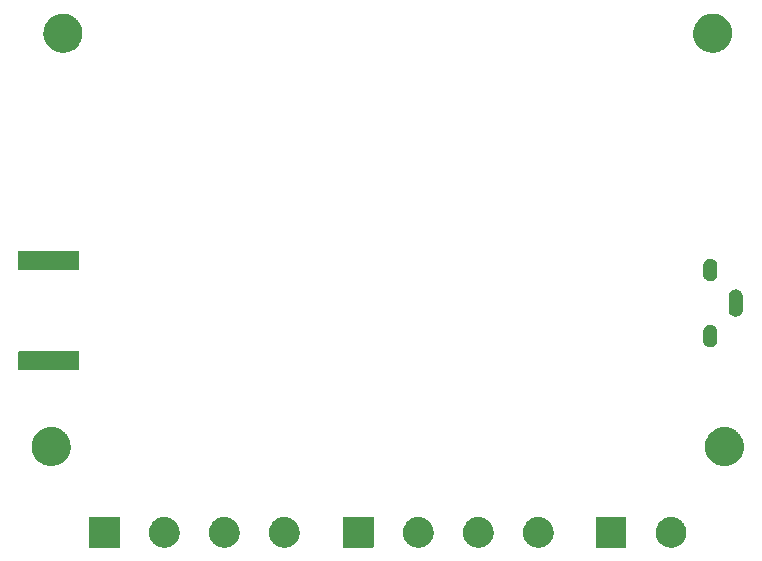
<source format=gbr>
G04 #@! TF.GenerationSoftware,KiCad,Pcbnew,5.99.0-unknown-d20d310~86~ubuntu18.04.1*
G04 #@! TF.CreationDate,2019-12-19T15:55:41+02:00*
G04 #@! TF.ProjectId,lora-bridge,6c6f7261-2d62-4726-9964-67652e6b6963,1.1*
G04 #@! TF.SameCoordinates,Original*
G04 #@! TF.FileFunction,Soldermask,Bot*
G04 #@! TF.FilePolarity,Negative*
%FSLAX46Y46*%
G04 Gerber Fmt 4.6, Leading zero omitted, Abs format (unit mm)*
G04 Created by KiCad (PCBNEW 5.99.0-unknown-d20d310~86~ubuntu18.04.1) date 2019-12-19 15:55:41*
%MOMM*%
%LPD*%
G04 APERTURE LIST*
G04 APERTURE END LIST*
G36*
X107802163Y-137261496D02*
G01*
X107853823Y-137261496D01*
X107913518Y-137272022D01*
X107968934Y-137277260D01*
X108020515Y-137290888D01*
X108078010Y-137301026D01*
X108128660Y-137319461D01*
X108175774Y-137331909D01*
X108230780Y-137356630D01*
X108291926Y-137378885D01*
X108332766Y-137402464D01*
X108370911Y-137419607D01*
X108426971Y-137456853D01*
X108489073Y-137492708D01*
X108520019Y-137518674D01*
X108549100Y-137537996D01*
X108603480Y-137588706D01*
X108663460Y-137639035D01*
X108685074Y-137664794D01*
X108705564Y-137683901D01*
X108755316Y-137748505D01*
X108809787Y-137813422D01*
X108823202Y-137836658D01*
X108836093Y-137853397D01*
X108878128Y-137931793D01*
X108923610Y-138010569D01*
X108930462Y-138029394D01*
X108937190Y-138041942D01*
X108968443Y-138133747D01*
X109001469Y-138224485D01*
X109003764Y-138237502D01*
X109006133Y-138244460D01*
X109023667Y-138350379D01*
X109040999Y-138448672D01*
X109040999Y-138676318D01*
X109034489Y-138713238D01*
X109033972Y-138734398D01*
X109016550Y-138814976D01*
X109001469Y-138900505D01*
X108993066Y-138923593D01*
X108989086Y-138941999D01*
X108955393Y-139027098D01*
X108923610Y-139114421D01*
X108914729Y-139129803D01*
X108910332Y-139140909D01*
X108858836Y-139226613D01*
X108809787Y-139311568D01*
X108802752Y-139319952D01*
X108800148Y-139324286D01*
X108726706Y-139410581D01*
X108663460Y-139485955D01*
X108594806Y-139543562D01*
X108498089Y-139625294D01*
X108495713Y-139626710D01*
X108489073Y-139632282D01*
X108403103Y-139681917D01*
X108314325Y-139734839D01*
X108305341Y-139738360D01*
X108291926Y-139746105D01*
X108202837Y-139778531D01*
X108115137Y-139812900D01*
X108098962Y-139816338D01*
X108078010Y-139823964D01*
X107990446Y-139839404D01*
X107905879Y-139857379D01*
X107882476Y-139858442D01*
X107853823Y-139863494D01*
X107771221Y-139863494D01*
X107692166Y-139867084D01*
X107662059Y-139863494D01*
X107626177Y-139863494D01*
X107551223Y-139850278D01*
X107479733Y-139841753D01*
X107444000Y-139831371D01*
X107401990Y-139823964D01*
X107336662Y-139800186D01*
X107274288Y-139782065D01*
X107234505Y-139763004D01*
X107188074Y-139746105D01*
X107133655Y-139714686D01*
X107081358Y-139689630D01*
X107039543Y-139660351D01*
X106990927Y-139632282D01*
X106947915Y-139596191D01*
X106906108Y-139566917D01*
X106864689Y-139526357D01*
X106816540Y-139485955D01*
X106784776Y-139448099D01*
X106753260Y-139417237D01*
X106714897Y-139364820D01*
X106670213Y-139311568D01*
X106648886Y-139274628D01*
X106626907Y-139244598D01*
X106594446Y-139180335D01*
X106556390Y-139114421D01*
X106544117Y-139080701D01*
X106530450Y-139053645D01*
X106506789Y-138978143D01*
X106478531Y-138900505D01*
X106473478Y-138871850D01*
X106466474Y-138849499D01*
X106454444Y-138763901D01*
X106439001Y-138676318D01*
X106439001Y-138654016D01*
X106436700Y-138637643D01*
X106439001Y-138543493D01*
X106439001Y-138448672D01*
X106441691Y-138433415D01*
X106441927Y-138423770D01*
X106461288Y-138322274D01*
X106478531Y-138224485D01*
X106481497Y-138216337D01*
X106482014Y-138213625D01*
X106525709Y-138094864D01*
X106556390Y-138010569D01*
X106605544Y-137925432D01*
X106661557Y-137826832D01*
X106664740Y-137822901D01*
X106670213Y-137813422D01*
X106733280Y-137738261D01*
X106796192Y-137660571D01*
X106805122Y-137652643D01*
X106816540Y-137639035D01*
X106887724Y-137579305D01*
X106956173Y-137518533D01*
X106972111Y-137508496D01*
X106990927Y-137492708D01*
X107066133Y-137449288D01*
X107137201Y-137404534D01*
X107160914Y-137394566D01*
X107188074Y-137378885D01*
X107263682Y-137351366D01*
X107334423Y-137321629D01*
X107366151Y-137314070D01*
X107401990Y-137301026D01*
X107474784Y-137288191D01*
X107542531Y-137272051D01*
X107581947Y-137269295D01*
X107626177Y-137261496D01*
X107693484Y-137261496D01*
X107755953Y-137257128D01*
X107802163Y-137261496D01*
G37*
G36*
X119142163Y-137261496D02*
G01*
X119193823Y-137261496D01*
X119253518Y-137272022D01*
X119308934Y-137277260D01*
X119360515Y-137290888D01*
X119418010Y-137301026D01*
X119468660Y-137319461D01*
X119515774Y-137331909D01*
X119570780Y-137356630D01*
X119631926Y-137378885D01*
X119672766Y-137402464D01*
X119710911Y-137419607D01*
X119766971Y-137456853D01*
X119829073Y-137492708D01*
X119860019Y-137518674D01*
X119889100Y-137537996D01*
X119943480Y-137588706D01*
X120003460Y-137639035D01*
X120025074Y-137664794D01*
X120045564Y-137683901D01*
X120095316Y-137748505D01*
X120149787Y-137813422D01*
X120163202Y-137836658D01*
X120176093Y-137853397D01*
X120218128Y-137931793D01*
X120263610Y-138010569D01*
X120270462Y-138029394D01*
X120277190Y-138041942D01*
X120308443Y-138133747D01*
X120341469Y-138224485D01*
X120343764Y-138237502D01*
X120346133Y-138244460D01*
X120363667Y-138350379D01*
X120380999Y-138448672D01*
X120380999Y-138676318D01*
X120374489Y-138713238D01*
X120373972Y-138734398D01*
X120356550Y-138814976D01*
X120341469Y-138900505D01*
X120333066Y-138923593D01*
X120329086Y-138941999D01*
X120295393Y-139027098D01*
X120263610Y-139114421D01*
X120254729Y-139129803D01*
X120250332Y-139140909D01*
X120198836Y-139226613D01*
X120149787Y-139311568D01*
X120142752Y-139319952D01*
X120140148Y-139324286D01*
X120066706Y-139410581D01*
X120003460Y-139485955D01*
X119934806Y-139543562D01*
X119838089Y-139625294D01*
X119835713Y-139626710D01*
X119829073Y-139632282D01*
X119743103Y-139681917D01*
X119654325Y-139734839D01*
X119645341Y-139738360D01*
X119631926Y-139746105D01*
X119542837Y-139778531D01*
X119455137Y-139812900D01*
X119438962Y-139816338D01*
X119418010Y-139823964D01*
X119330446Y-139839404D01*
X119245879Y-139857379D01*
X119222476Y-139858442D01*
X119193823Y-139863494D01*
X119111221Y-139863494D01*
X119032166Y-139867084D01*
X119002059Y-139863494D01*
X118966177Y-139863494D01*
X118891223Y-139850278D01*
X118819733Y-139841753D01*
X118784000Y-139831371D01*
X118741990Y-139823964D01*
X118676662Y-139800186D01*
X118614288Y-139782065D01*
X118574505Y-139763004D01*
X118528074Y-139746105D01*
X118473655Y-139714686D01*
X118421358Y-139689630D01*
X118379543Y-139660351D01*
X118330927Y-139632282D01*
X118287915Y-139596191D01*
X118246108Y-139566917D01*
X118204689Y-139526357D01*
X118156540Y-139485955D01*
X118124776Y-139448099D01*
X118093260Y-139417237D01*
X118054897Y-139364820D01*
X118010213Y-139311568D01*
X117988886Y-139274628D01*
X117966907Y-139244598D01*
X117934446Y-139180335D01*
X117896390Y-139114421D01*
X117884117Y-139080701D01*
X117870450Y-139053645D01*
X117846789Y-138978143D01*
X117818531Y-138900505D01*
X117813478Y-138871850D01*
X117806474Y-138849499D01*
X117794444Y-138763901D01*
X117779001Y-138676318D01*
X117779001Y-138654016D01*
X117776700Y-138637643D01*
X117779001Y-138543493D01*
X117779001Y-138448672D01*
X117781691Y-138433415D01*
X117781927Y-138423770D01*
X117801288Y-138322274D01*
X117818531Y-138224485D01*
X117821497Y-138216337D01*
X117822014Y-138213625D01*
X117865709Y-138094864D01*
X117896390Y-138010569D01*
X117945544Y-137925432D01*
X118001557Y-137826832D01*
X118004740Y-137822901D01*
X118010213Y-137813422D01*
X118073280Y-137738261D01*
X118136192Y-137660571D01*
X118145122Y-137652643D01*
X118156540Y-137639035D01*
X118227724Y-137579305D01*
X118296173Y-137518533D01*
X118312111Y-137508496D01*
X118330927Y-137492708D01*
X118406133Y-137449288D01*
X118477201Y-137404534D01*
X118500914Y-137394566D01*
X118528074Y-137378885D01*
X118603682Y-137351366D01*
X118674423Y-137321629D01*
X118706151Y-137314070D01*
X118741990Y-137301026D01*
X118814784Y-137288191D01*
X118882531Y-137272051D01*
X118921947Y-137269295D01*
X118966177Y-137261496D01*
X119033484Y-137261496D01*
X119095953Y-137257128D01*
X119142163Y-137261496D01*
G37*
G36*
X124222163Y-137261496D02*
G01*
X124273823Y-137261496D01*
X124333518Y-137272022D01*
X124388934Y-137277260D01*
X124440515Y-137290888D01*
X124498010Y-137301026D01*
X124548660Y-137319461D01*
X124595774Y-137331909D01*
X124650780Y-137356630D01*
X124711926Y-137378885D01*
X124752766Y-137402464D01*
X124790911Y-137419607D01*
X124846971Y-137456853D01*
X124909073Y-137492708D01*
X124940019Y-137518674D01*
X124969100Y-137537996D01*
X125023480Y-137588706D01*
X125083460Y-137639035D01*
X125105074Y-137664794D01*
X125125564Y-137683901D01*
X125175316Y-137748505D01*
X125229787Y-137813422D01*
X125243202Y-137836658D01*
X125256093Y-137853397D01*
X125298128Y-137931793D01*
X125343610Y-138010569D01*
X125350462Y-138029394D01*
X125357190Y-138041942D01*
X125388443Y-138133747D01*
X125421469Y-138224485D01*
X125423764Y-138237502D01*
X125426133Y-138244460D01*
X125443667Y-138350379D01*
X125460999Y-138448672D01*
X125460999Y-138676318D01*
X125454489Y-138713238D01*
X125453972Y-138734398D01*
X125436550Y-138814976D01*
X125421469Y-138900505D01*
X125413066Y-138923593D01*
X125409086Y-138941999D01*
X125375393Y-139027098D01*
X125343610Y-139114421D01*
X125334729Y-139129803D01*
X125330332Y-139140909D01*
X125278836Y-139226613D01*
X125229787Y-139311568D01*
X125222752Y-139319952D01*
X125220148Y-139324286D01*
X125146706Y-139410581D01*
X125083460Y-139485955D01*
X125014806Y-139543562D01*
X124918089Y-139625294D01*
X124915713Y-139626710D01*
X124909073Y-139632282D01*
X124823103Y-139681917D01*
X124734325Y-139734839D01*
X124725341Y-139738360D01*
X124711926Y-139746105D01*
X124622837Y-139778531D01*
X124535137Y-139812900D01*
X124518962Y-139816338D01*
X124498010Y-139823964D01*
X124410446Y-139839404D01*
X124325879Y-139857379D01*
X124302476Y-139858442D01*
X124273823Y-139863494D01*
X124191221Y-139863494D01*
X124112166Y-139867084D01*
X124082059Y-139863494D01*
X124046177Y-139863494D01*
X123971223Y-139850278D01*
X123899733Y-139841753D01*
X123864000Y-139831371D01*
X123821990Y-139823964D01*
X123756662Y-139800186D01*
X123694288Y-139782065D01*
X123654505Y-139763004D01*
X123608074Y-139746105D01*
X123553655Y-139714686D01*
X123501358Y-139689630D01*
X123459543Y-139660351D01*
X123410927Y-139632282D01*
X123367915Y-139596191D01*
X123326108Y-139566917D01*
X123284689Y-139526357D01*
X123236540Y-139485955D01*
X123204776Y-139448099D01*
X123173260Y-139417237D01*
X123134897Y-139364820D01*
X123090213Y-139311568D01*
X123068886Y-139274628D01*
X123046907Y-139244598D01*
X123014446Y-139180335D01*
X122976390Y-139114421D01*
X122964117Y-139080701D01*
X122950450Y-139053645D01*
X122926789Y-138978143D01*
X122898531Y-138900505D01*
X122893478Y-138871850D01*
X122886474Y-138849499D01*
X122874444Y-138763901D01*
X122859001Y-138676318D01*
X122859001Y-138654016D01*
X122856700Y-138637643D01*
X122859001Y-138543493D01*
X122859001Y-138448672D01*
X122861691Y-138433415D01*
X122861927Y-138423770D01*
X122881288Y-138322274D01*
X122898531Y-138224485D01*
X122901497Y-138216337D01*
X122902014Y-138213625D01*
X122945709Y-138094864D01*
X122976390Y-138010569D01*
X123025544Y-137925432D01*
X123081557Y-137826832D01*
X123084740Y-137822901D01*
X123090213Y-137813422D01*
X123153280Y-137738261D01*
X123216192Y-137660571D01*
X123225122Y-137652643D01*
X123236540Y-137639035D01*
X123307724Y-137579305D01*
X123376173Y-137518533D01*
X123392111Y-137508496D01*
X123410927Y-137492708D01*
X123486133Y-137449288D01*
X123557201Y-137404534D01*
X123580914Y-137394566D01*
X123608074Y-137378885D01*
X123683682Y-137351366D01*
X123754423Y-137321629D01*
X123786151Y-137314070D01*
X123821990Y-137301026D01*
X123894784Y-137288191D01*
X123962531Y-137272051D01*
X124001947Y-137269295D01*
X124046177Y-137261496D01*
X124113484Y-137261496D01*
X124175953Y-137257128D01*
X124222163Y-137261496D01*
G37*
G36*
X129302163Y-137261496D02*
G01*
X129353823Y-137261496D01*
X129413518Y-137272022D01*
X129468934Y-137277260D01*
X129520515Y-137290888D01*
X129578010Y-137301026D01*
X129628660Y-137319461D01*
X129675774Y-137331909D01*
X129730780Y-137356630D01*
X129791926Y-137378885D01*
X129832766Y-137402464D01*
X129870911Y-137419607D01*
X129926971Y-137456853D01*
X129989073Y-137492708D01*
X130020019Y-137518674D01*
X130049100Y-137537996D01*
X130103480Y-137588706D01*
X130163460Y-137639035D01*
X130185074Y-137664794D01*
X130205564Y-137683901D01*
X130255316Y-137748505D01*
X130309787Y-137813422D01*
X130323202Y-137836658D01*
X130336093Y-137853397D01*
X130378128Y-137931793D01*
X130423610Y-138010569D01*
X130430462Y-138029394D01*
X130437190Y-138041942D01*
X130468443Y-138133747D01*
X130501469Y-138224485D01*
X130503764Y-138237502D01*
X130506133Y-138244460D01*
X130523667Y-138350379D01*
X130540999Y-138448672D01*
X130540999Y-138676318D01*
X130534489Y-138713238D01*
X130533972Y-138734398D01*
X130516550Y-138814976D01*
X130501469Y-138900505D01*
X130493066Y-138923593D01*
X130489086Y-138941999D01*
X130455393Y-139027098D01*
X130423610Y-139114421D01*
X130414729Y-139129803D01*
X130410332Y-139140909D01*
X130358836Y-139226613D01*
X130309787Y-139311568D01*
X130302752Y-139319952D01*
X130300148Y-139324286D01*
X130226706Y-139410581D01*
X130163460Y-139485955D01*
X130094806Y-139543562D01*
X129998089Y-139625294D01*
X129995713Y-139626710D01*
X129989073Y-139632282D01*
X129903103Y-139681917D01*
X129814325Y-139734839D01*
X129805341Y-139738360D01*
X129791926Y-139746105D01*
X129702837Y-139778531D01*
X129615137Y-139812900D01*
X129598962Y-139816338D01*
X129578010Y-139823964D01*
X129490446Y-139839404D01*
X129405879Y-139857379D01*
X129382476Y-139858442D01*
X129353823Y-139863494D01*
X129271221Y-139863494D01*
X129192166Y-139867084D01*
X129162059Y-139863494D01*
X129126177Y-139863494D01*
X129051223Y-139850278D01*
X128979733Y-139841753D01*
X128944000Y-139831371D01*
X128901990Y-139823964D01*
X128836662Y-139800186D01*
X128774288Y-139782065D01*
X128734505Y-139763004D01*
X128688074Y-139746105D01*
X128633655Y-139714686D01*
X128581358Y-139689630D01*
X128539543Y-139660351D01*
X128490927Y-139632282D01*
X128447915Y-139596191D01*
X128406108Y-139566917D01*
X128364689Y-139526357D01*
X128316540Y-139485955D01*
X128284776Y-139448099D01*
X128253260Y-139417237D01*
X128214897Y-139364820D01*
X128170213Y-139311568D01*
X128148886Y-139274628D01*
X128126907Y-139244598D01*
X128094446Y-139180335D01*
X128056390Y-139114421D01*
X128044117Y-139080701D01*
X128030450Y-139053645D01*
X128006789Y-138978143D01*
X127978531Y-138900505D01*
X127973478Y-138871850D01*
X127966474Y-138849499D01*
X127954444Y-138763901D01*
X127939001Y-138676318D01*
X127939001Y-138654016D01*
X127936700Y-138637643D01*
X127939001Y-138543493D01*
X127939001Y-138448672D01*
X127941691Y-138433415D01*
X127941927Y-138423770D01*
X127961288Y-138322274D01*
X127978531Y-138224485D01*
X127981497Y-138216337D01*
X127982014Y-138213625D01*
X128025709Y-138094864D01*
X128056390Y-138010569D01*
X128105544Y-137925432D01*
X128161557Y-137826832D01*
X128164740Y-137822901D01*
X128170213Y-137813422D01*
X128233280Y-137738261D01*
X128296192Y-137660571D01*
X128305122Y-137652643D01*
X128316540Y-137639035D01*
X128387724Y-137579305D01*
X128456173Y-137518533D01*
X128472111Y-137508496D01*
X128490927Y-137492708D01*
X128566133Y-137449288D01*
X128637201Y-137404534D01*
X128660914Y-137394566D01*
X128688074Y-137378885D01*
X128763682Y-137351366D01*
X128834423Y-137321629D01*
X128866151Y-137314070D01*
X128901990Y-137301026D01*
X128974784Y-137288191D01*
X129042531Y-137272051D01*
X129081947Y-137269295D01*
X129126177Y-137261496D01*
X129193484Y-137261496D01*
X129255953Y-137257128D01*
X129302163Y-137261496D01*
G37*
G36*
X140542163Y-137261496D02*
G01*
X140593823Y-137261496D01*
X140653518Y-137272022D01*
X140708934Y-137277260D01*
X140760515Y-137290888D01*
X140818010Y-137301026D01*
X140868660Y-137319461D01*
X140915774Y-137331909D01*
X140970780Y-137356630D01*
X141031926Y-137378885D01*
X141072766Y-137402464D01*
X141110911Y-137419607D01*
X141166971Y-137456853D01*
X141229073Y-137492708D01*
X141260019Y-137518674D01*
X141289100Y-137537996D01*
X141343480Y-137588706D01*
X141403460Y-137639035D01*
X141425074Y-137664794D01*
X141445564Y-137683901D01*
X141495316Y-137748505D01*
X141549787Y-137813422D01*
X141563202Y-137836658D01*
X141576093Y-137853397D01*
X141618128Y-137931793D01*
X141663610Y-138010569D01*
X141670462Y-138029394D01*
X141677190Y-138041942D01*
X141708443Y-138133747D01*
X141741469Y-138224485D01*
X141743764Y-138237502D01*
X141746133Y-138244460D01*
X141763667Y-138350379D01*
X141780999Y-138448672D01*
X141780999Y-138676318D01*
X141774489Y-138713238D01*
X141773972Y-138734398D01*
X141756550Y-138814976D01*
X141741469Y-138900505D01*
X141733066Y-138923593D01*
X141729086Y-138941999D01*
X141695393Y-139027098D01*
X141663610Y-139114421D01*
X141654729Y-139129803D01*
X141650332Y-139140909D01*
X141598836Y-139226613D01*
X141549787Y-139311568D01*
X141542752Y-139319952D01*
X141540148Y-139324286D01*
X141466706Y-139410581D01*
X141403460Y-139485955D01*
X141334806Y-139543562D01*
X141238089Y-139625294D01*
X141235713Y-139626710D01*
X141229073Y-139632282D01*
X141143103Y-139681917D01*
X141054325Y-139734839D01*
X141045341Y-139738360D01*
X141031926Y-139746105D01*
X140942837Y-139778531D01*
X140855137Y-139812900D01*
X140838962Y-139816338D01*
X140818010Y-139823964D01*
X140730446Y-139839404D01*
X140645879Y-139857379D01*
X140622476Y-139858442D01*
X140593823Y-139863494D01*
X140511221Y-139863494D01*
X140432166Y-139867084D01*
X140402059Y-139863494D01*
X140366177Y-139863494D01*
X140291223Y-139850278D01*
X140219733Y-139841753D01*
X140184000Y-139831371D01*
X140141990Y-139823964D01*
X140076662Y-139800186D01*
X140014288Y-139782065D01*
X139974505Y-139763004D01*
X139928074Y-139746105D01*
X139873655Y-139714686D01*
X139821358Y-139689630D01*
X139779543Y-139660351D01*
X139730927Y-139632282D01*
X139687915Y-139596191D01*
X139646108Y-139566917D01*
X139604689Y-139526357D01*
X139556540Y-139485955D01*
X139524776Y-139448099D01*
X139493260Y-139417237D01*
X139454897Y-139364820D01*
X139410213Y-139311568D01*
X139388886Y-139274628D01*
X139366907Y-139244598D01*
X139334446Y-139180335D01*
X139296390Y-139114421D01*
X139284117Y-139080701D01*
X139270450Y-139053645D01*
X139246789Y-138978143D01*
X139218531Y-138900505D01*
X139213478Y-138871850D01*
X139206474Y-138849499D01*
X139194444Y-138763901D01*
X139179001Y-138676318D01*
X139179001Y-138654016D01*
X139176700Y-138637643D01*
X139179001Y-138543493D01*
X139179001Y-138448672D01*
X139181691Y-138433415D01*
X139181927Y-138423770D01*
X139201288Y-138322274D01*
X139218531Y-138224485D01*
X139221497Y-138216337D01*
X139222014Y-138213625D01*
X139265709Y-138094864D01*
X139296390Y-138010569D01*
X139345544Y-137925432D01*
X139401557Y-137826832D01*
X139404740Y-137822901D01*
X139410213Y-137813422D01*
X139473280Y-137738261D01*
X139536192Y-137660571D01*
X139545122Y-137652643D01*
X139556540Y-137639035D01*
X139627724Y-137579305D01*
X139696173Y-137518533D01*
X139712111Y-137508496D01*
X139730927Y-137492708D01*
X139806133Y-137449288D01*
X139877201Y-137404534D01*
X139900914Y-137394566D01*
X139928074Y-137378885D01*
X140003682Y-137351366D01*
X140074423Y-137321629D01*
X140106151Y-137314070D01*
X140141990Y-137301026D01*
X140214784Y-137288191D01*
X140282531Y-137272051D01*
X140321947Y-137269295D01*
X140366177Y-137261496D01*
X140433484Y-137261496D01*
X140495953Y-137257128D01*
X140542163Y-137261496D01*
G37*
G36*
X97642163Y-137261496D02*
G01*
X97693823Y-137261496D01*
X97753518Y-137272022D01*
X97808934Y-137277260D01*
X97860515Y-137290888D01*
X97918010Y-137301026D01*
X97968660Y-137319461D01*
X98015774Y-137331909D01*
X98070780Y-137356630D01*
X98131926Y-137378885D01*
X98172766Y-137402464D01*
X98210911Y-137419607D01*
X98266971Y-137456853D01*
X98329073Y-137492708D01*
X98360019Y-137518674D01*
X98389100Y-137537996D01*
X98443480Y-137588706D01*
X98503460Y-137639035D01*
X98525074Y-137664794D01*
X98545564Y-137683901D01*
X98595316Y-137748505D01*
X98649787Y-137813422D01*
X98663202Y-137836658D01*
X98676093Y-137853397D01*
X98718128Y-137931793D01*
X98763610Y-138010569D01*
X98770462Y-138029394D01*
X98777190Y-138041942D01*
X98808443Y-138133747D01*
X98841469Y-138224485D01*
X98843764Y-138237502D01*
X98846133Y-138244460D01*
X98863667Y-138350379D01*
X98880999Y-138448672D01*
X98880999Y-138676318D01*
X98874489Y-138713238D01*
X98873972Y-138734398D01*
X98856550Y-138814976D01*
X98841469Y-138900505D01*
X98833066Y-138923593D01*
X98829086Y-138941999D01*
X98795393Y-139027098D01*
X98763610Y-139114421D01*
X98754729Y-139129803D01*
X98750332Y-139140909D01*
X98698836Y-139226613D01*
X98649787Y-139311568D01*
X98642752Y-139319952D01*
X98640148Y-139324286D01*
X98566706Y-139410581D01*
X98503460Y-139485955D01*
X98434806Y-139543562D01*
X98338089Y-139625294D01*
X98335713Y-139626710D01*
X98329073Y-139632282D01*
X98243103Y-139681917D01*
X98154325Y-139734839D01*
X98145341Y-139738360D01*
X98131926Y-139746105D01*
X98042837Y-139778531D01*
X97955137Y-139812900D01*
X97938962Y-139816338D01*
X97918010Y-139823964D01*
X97830446Y-139839404D01*
X97745879Y-139857379D01*
X97722476Y-139858442D01*
X97693823Y-139863494D01*
X97611221Y-139863494D01*
X97532166Y-139867084D01*
X97502059Y-139863494D01*
X97466177Y-139863494D01*
X97391223Y-139850278D01*
X97319733Y-139841753D01*
X97284000Y-139831371D01*
X97241990Y-139823964D01*
X97176662Y-139800186D01*
X97114288Y-139782065D01*
X97074505Y-139763004D01*
X97028074Y-139746105D01*
X96973655Y-139714686D01*
X96921358Y-139689630D01*
X96879543Y-139660351D01*
X96830927Y-139632282D01*
X96787915Y-139596191D01*
X96746108Y-139566917D01*
X96704689Y-139526357D01*
X96656540Y-139485955D01*
X96624776Y-139448099D01*
X96593260Y-139417237D01*
X96554897Y-139364820D01*
X96510213Y-139311568D01*
X96488886Y-139274628D01*
X96466907Y-139244598D01*
X96434446Y-139180335D01*
X96396390Y-139114421D01*
X96384117Y-139080701D01*
X96370450Y-139053645D01*
X96346789Y-138978143D01*
X96318531Y-138900505D01*
X96313478Y-138871850D01*
X96306474Y-138849499D01*
X96294444Y-138763901D01*
X96279001Y-138676318D01*
X96279001Y-138654016D01*
X96276700Y-138637643D01*
X96279001Y-138543493D01*
X96279001Y-138448672D01*
X96281691Y-138433415D01*
X96281927Y-138423770D01*
X96301288Y-138322274D01*
X96318531Y-138224485D01*
X96321497Y-138216337D01*
X96322014Y-138213625D01*
X96365709Y-138094864D01*
X96396390Y-138010569D01*
X96445544Y-137925432D01*
X96501557Y-137826832D01*
X96504740Y-137822901D01*
X96510213Y-137813422D01*
X96573280Y-137738261D01*
X96636192Y-137660571D01*
X96645122Y-137652643D01*
X96656540Y-137639035D01*
X96727724Y-137579305D01*
X96796173Y-137518533D01*
X96812111Y-137508496D01*
X96830927Y-137492708D01*
X96906133Y-137449288D01*
X96977201Y-137404534D01*
X97000914Y-137394566D01*
X97028074Y-137378885D01*
X97103682Y-137351366D01*
X97174423Y-137321629D01*
X97206151Y-137314070D01*
X97241990Y-137301026D01*
X97314784Y-137288191D01*
X97382531Y-137272051D01*
X97421947Y-137269295D01*
X97466177Y-137261496D01*
X97533484Y-137261496D01*
X97595953Y-137257128D01*
X97642163Y-137261496D01*
G37*
G36*
X102722163Y-137261496D02*
G01*
X102773823Y-137261496D01*
X102833518Y-137272022D01*
X102888934Y-137277260D01*
X102940515Y-137290888D01*
X102998010Y-137301026D01*
X103048660Y-137319461D01*
X103095774Y-137331909D01*
X103150780Y-137356630D01*
X103211926Y-137378885D01*
X103252766Y-137402464D01*
X103290911Y-137419607D01*
X103346971Y-137456853D01*
X103409073Y-137492708D01*
X103440019Y-137518674D01*
X103469100Y-137537996D01*
X103523480Y-137588706D01*
X103583460Y-137639035D01*
X103605074Y-137664794D01*
X103625564Y-137683901D01*
X103675316Y-137748505D01*
X103729787Y-137813422D01*
X103743202Y-137836658D01*
X103756093Y-137853397D01*
X103798128Y-137931793D01*
X103843610Y-138010569D01*
X103850462Y-138029394D01*
X103857190Y-138041942D01*
X103888443Y-138133747D01*
X103921469Y-138224485D01*
X103923764Y-138237502D01*
X103926133Y-138244460D01*
X103943667Y-138350379D01*
X103960999Y-138448672D01*
X103960999Y-138676318D01*
X103954489Y-138713238D01*
X103953972Y-138734398D01*
X103936550Y-138814976D01*
X103921469Y-138900505D01*
X103913066Y-138923593D01*
X103909086Y-138941999D01*
X103875393Y-139027098D01*
X103843610Y-139114421D01*
X103834729Y-139129803D01*
X103830332Y-139140909D01*
X103778836Y-139226613D01*
X103729787Y-139311568D01*
X103722752Y-139319952D01*
X103720148Y-139324286D01*
X103646706Y-139410581D01*
X103583460Y-139485955D01*
X103514806Y-139543562D01*
X103418089Y-139625294D01*
X103415713Y-139626710D01*
X103409073Y-139632282D01*
X103323103Y-139681917D01*
X103234325Y-139734839D01*
X103225341Y-139738360D01*
X103211926Y-139746105D01*
X103122837Y-139778531D01*
X103035137Y-139812900D01*
X103018962Y-139816338D01*
X102998010Y-139823964D01*
X102910446Y-139839404D01*
X102825879Y-139857379D01*
X102802476Y-139858442D01*
X102773823Y-139863494D01*
X102691221Y-139863494D01*
X102612166Y-139867084D01*
X102582059Y-139863494D01*
X102546177Y-139863494D01*
X102471223Y-139850278D01*
X102399733Y-139841753D01*
X102364000Y-139831371D01*
X102321990Y-139823964D01*
X102256662Y-139800186D01*
X102194288Y-139782065D01*
X102154505Y-139763004D01*
X102108074Y-139746105D01*
X102053655Y-139714686D01*
X102001358Y-139689630D01*
X101959543Y-139660351D01*
X101910927Y-139632282D01*
X101867915Y-139596191D01*
X101826108Y-139566917D01*
X101784689Y-139526357D01*
X101736540Y-139485955D01*
X101704776Y-139448099D01*
X101673260Y-139417237D01*
X101634897Y-139364820D01*
X101590213Y-139311568D01*
X101568886Y-139274628D01*
X101546907Y-139244598D01*
X101514446Y-139180335D01*
X101476390Y-139114421D01*
X101464117Y-139080701D01*
X101450450Y-139053645D01*
X101426789Y-138978143D01*
X101398531Y-138900505D01*
X101393478Y-138871850D01*
X101386474Y-138849499D01*
X101374444Y-138763901D01*
X101359001Y-138676318D01*
X101359001Y-138654016D01*
X101356700Y-138637643D01*
X101359001Y-138543493D01*
X101359001Y-138448672D01*
X101361691Y-138433415D01*
X101361927Y-138423770D01*
X101381288Y-138322274D01*
X101398531Y-138224485D01*
X101401497Y-138216337D01*
X101402014Y-138213625D01*
X101445709Y-138094864D01*
X101476390Y-138010569D01*
X101525544Y-137925432D01*
X101581557Y-137826832D01*
X101584740Y-137822901D01*
X101590213Y-137813422D01*
X101653280Y-137738261D01*
X101716192Y-137660571D01*
X101725122Y-137652643D01*
X101736540Y-137639035D01*
X101807724Y-137579305D01*
X101876173Y-137518533D01*
X101892111Y-137508496D01*
X101910927Y-137492708D01*
X101986133Y-137449288D01*
X102057201Y-137404534D01*
X102080914Y-137394566D01*
X102108074Y-137378885D01*
X102183682Y-137351366D01*
X102254423Y-137321629D01*
X102286151Y-137314070D01*
X102321990Y-137301026D01*
X102394784Y-137288191D01*
X102462531Y-137272051D01*
X102501947Y-137269295D01*
X102546177Y-137261496D01*
X102613484Y-137261496D01*
X102675953Y-137257128D01*
X102722163Y-137261496D01*
G37*
G36*
X115269899Y-137264454D02*
G01*
X115286769Y-137275726D01*
X115298041Y-137292596D01*
X115304448Y-137324807D01*
X115304448Y-139800183D01*
X115301999Y-139812495D01*
X115298041Y-139832394D01*
X115286769Y-139849264D01*
X115269899Y-139860536D01*
X115250000Y-139864494D01*
X115237688Y-139866943D01*
X112762312Y-139866943D01*
X112730101Y-139860536D01*
X112713231Y-139849264D01*
X112701959Y-139832394D01*
X112695552Y-139800183D01*
X112695552Y-137324807D01*
X112701959Y-137292596D01*
X112713231Y-137275726D01*
X112730101Y-137264454D01*
X112762312Y-137258047D01*
X115237688Y-137258047D01*
X115269899Y-137264454D01*
G37*
G36*
X93769899Y-137264454D02*
G01*
X93786769Y-137275726D01*
X93798041Y-137292596D01*
X93804448Y-137324807D01*
X93804448Y-139800183D01*
X93801999Y-139812495D01*
X93798041Y-139832394D01*
X93786769Y-139849264D01*
X93769899Y-139860536D01*
X93750000Y-139864494D01*
X93737688Y-139866943D01*
X91262312Y-139866943D01*
X91230101Y-139860536D01*
X91213231Y-139849264D01*
X91201959Y-139832394D01*
X91195552Y-139800183D01*
X91195552Y-137324807D01*
X91201959Y-137292596D01*
X91213231Y-137275726D01*
X91230101Y-137264454D01*
X91262312Y-137258047D01*
X93737688Y-137258047D01*
X93769899Y-137264454D01*
G37*
G36*
X136669899Y-137264454D02*
G01*
X136686769Y-137275726D01*
X136698041Y-137292596D01*
X136704448Y-137324807D01*
X136704448Y-139800183D01*
X136701999Y-139812495D01*
X136698041Y-139832394D01*
X136686769Y-139849264D01*
X136669899Y-139860536D01*
X136650000Y-139864494D01*
X136637688Y-139866943D01*
X134162312Y-139866943D01*
X134130101Y-139860536D01*
X134113231Y-139849264D01*
X134101959Y-139832394D01*
X134095552Y-139800183D01*
X134095552Y-137324807D01*
X134101959Y-137292596D01*
X134113231Y-137275726D01*
X134130101Y-137264454D01*
X134162312Y-137258047D01*
X136637688Y-137258047D01*
X136669899Y-137264454D01*
G37*
G36*
X145073730Y-129649000D02*
G01*
X145129937Y-129649000D01*
X145200874Y-129660235D01*
X145267558Y-129666128D01*
X145324072Y-129679748D01*
X145386610Y-129689653D01*
X145448179Y-129709658D01*
X145506121Y-129723622D01*
X145566809Y-129748203D01*
X145633764Y-129769958D01*
X145685106Y-129796118D01*
X145733565Y-129815746D01*
X145796309Y-129852779D01*
X145865312Y-129887938D01*
X145906161Y-129917616D01*
X145944891Y-129940476D01*
X146007232Y-129991049D01*
X146075554Y-130040688D01*
X146106207Y-130071341D01*
X146135465Y-130095076D01*
X146194718Y-130159852D01*
X146259312Y-130224446D01*
X146280574Y-130253711D01*
X146301091Y-130276140D01*
X146354400Y-130355323D01*
X146412062Y-130434688D01*
X146425230Y-130460531D01*
X146438137Y-130479703D01*
X146482562Y-130573052D01*
X146530042Y-130666236D01*
X146536784Y-130686987D01*
X146543587Y-130701281D01*
X146576245Y-130808436D01*
X146610347Y-130913390D01*
X146612634Y-130927830D01*
X146615129Y-130936016D01*
X146633244Y-131057955D01*
X146651000Y-131170063D01*
X146651000Y-131429937D01*
X146642684Y-131482440D01*
X146641885Y-131511983D01*
X146624640Y-131596367D01*
X146610347Y-131686610D01*
X146599164Y-131721027D01*
X146593080Y-131750799D01*
X146560365Y-131840439D01*
X146530042Y-131933764D01*
X146516872Y-131959612D01*
X146508950Y-131981318D01*
X146459540Y-132072131D01*
X146412062Y-132165312D01*
X146399241Y-132182959D01*
X146391672Y-132196870D01*
X146324158Y-132286301D01*
X146259312Y-132375554D01*
X146248976Y-132385890D01*
X146243819Y-132392721D01*
X146155782Y-132479084D01*
X146075554Y-132559312D01*
X146069558Y-132563668D01*
X146068640Y-132564569D01*
X145893110Y-132691866D01*
X145865312Y-132712062D01*
X145764629Y-132763363D01*
X145652223Y-132821753D01*
X145645505Y-132824060D01*
X145633764Y-132830042D01*
X145527902Y-132864439D01*
X145420133Y-132901441D01*
X145405994Y-132904049D01*
X145386610Y-132910347D01*
X145282080Y-132926903D01*
X145178808Y-132945950D01*
X145157170Y-132946687D01*
X145129937Y-132951000D01*
X145030480Y-132951000D01*
X144933553Y-132954300D01*
X144904812Y-132951000D01*
X144870063Y-132951000D01*
X144778482Y-132936495D01*
X144689768Y-132926309D01*
X144654791Y-132916904D01*
X144613390Y-132910347D01*
X144531749Y-132883820D01*
X144452788Y-132862589D01*
X144412903Y-132845205D01*
X144366236Y-132830042D01*
X144295965Y-132794237D01*
X144227832Y-132764541D01*
X144184765Y-132737578D01*
X144134688Y-132712062D01*
X144076590Y-132669851D01*
X144019843Y-132634323D01*
X143975667Y-132596526D01*
X143924446Y-132559312D01*
X143878671Y-132513537D01*
X143833382Y-132474788D01*
X143790465Y-132425331D01*
X143740688Y-132375554D01*
X143706823Y-132328943D01*
X143672556Y-132289454D01*
X143633461Y-132227969D01*
X143587938Y-132165312D01*
X143565015Y-132120323D01*
X143540884Y-132082372D01*
X143508299Y-132009012D01*
X143469958Y-131933764D01*
X143456561Y-131892533D01*
X143441269Y-131858105D01*
X143417885Y-131773501D01*
X143389653Y-131686610D01*
X143383993Y-131650874D01*
X143375897Y-131621582D01*
X143364348Y-131526843D01*
X143349000Y-131429937D01*
X143349000Y-131400932D01*
X143346203Y-131377987D01*
X143349000Y-131274628D01*
X143349000Y-131170063D01*
X143352413Y-131148516D01*
X143352841Y-131132689D01*
X143372390Y-131022382D01*
X143389653Y-130913390D01*
X143394171Y-130899485D01*
X143395664Y-130891061D01*
X143434876Y-130774207D01*
X143469958Y-130666236D01*
X143473325Y-130659628D01*
X143473732Y-130658415D01*
X143571710Y-130466538D01*
X143587938Y-130434688D01*
X143654366Y-130343258D01*
X143728002Y-130240214D01*
X143732942Y-130235107D01*
X143740688Y-130224446D01*
X143819390Y-130145744D01*
X143898621Y-130063841D01*
X143910037Y-130055097D01*
X143924446Y-130040688D01*
X144010048Y-129978494D01*
X144093440Y-129914621D01*
X144112390Y-129904139D01*
X144134688Y-129887938D01*
X144223279Y-129842798D01*
X144308164Y-129795843D01*
X144335275Y-129785734D01*
X144366236Y-129769958D01*
X144454418Y-129741306D01*
X144538091Y-129710105D01*
X144573527Y-129702605D01*
X144613390Y-129689653D01*
X144698177Y-129676224D01*
X144778171Y-129659294D01*
X144821600Y-129656676D01*
X144870063Y-129649000D01*
X144948917Y-129649000D01*
X145023111Y-129644527D01*
X145073730Y-129649000D01*
G37*
G36*
X88073730Y-129649000D02*
G01*
X88129937Y-129649000D01*
X88200874Y-129660235D01*
X88267558Y-129666128D01*
X88324072Y-129679748D01*
X88386610Y-129689653D01*
X88448179Y-129709658D01*
X88506121Y-129723622D01*
X88566809Y-129748203D01*
X88633764Y-129769958D01*
X88685106Y-129796118D01*
X88733565Y-129815746D01*
X88796309Y-129852779D01*
X88865312Y-129887938D01*
X88906161Y-129917616D01*
X88944891Y-129940476D01*
X89007232Y-129991049D01*
X89075554Y-130040688D01*
X89106207Y-130071341D01*
X89135465Y-130095076D01*
X89194718Y-130159852D01*
X89259312Y-130224446D01*
X89280574Y-130253711D01*
X89301091Y-130276140D01*
X89354400Y-130355323D01*
X89412062Y-130434688D01*
X89425230Y-130460531D01*
X89438137Y-130479703D01*
X89482562Y-130573052D01*
X89530042Y-130666236D01*
X89536784Y-130686987D01*
X89543587Y-130701281D01*
X89576245Y-130808436D01*
X89610347Y-130913390D01*
X89612634Y-130927830D01*
X89615129Y-130936016D01*
X89633244Y-131057955D01*
X89651000Y-131170063D01*
X89651000Y-131429937D01*
X89642684Y-131482440D01*
X89641885Y-131511983D01*
X89624640Y-131596367D01*
X89610347Y-131686610D01*
X89599164Y-131721027D01*
X89593080Y-131750799D01*
X89560365Y-131840439D01*
X89530042Y-131933764D01*
X89516872Y-131959612D01*
X89508950Y-131981318D01*
X89459540Y-132072131D01*
X89412062Y-132165312D01*
X89399241Y-132182959D01*
X89391672Y-132196870D01*
X89324158Y-132286301D01*
X89259312Y-132375554D01*
X89248976Y-132385890D01*
X89243819Y-132392721D01*
X89155782Y-132479084D01*
X89075554Y-132559312D01*
X89069558Y-132563668D01*
X89068640Y-132564569D01*
X88893110Y-132691866D01*
X88865312Y-132712062D01*
X88764629Y-132763363D01*
X88652223Y-132821753D01*
X88645505Y-132824060D01*
X88633764Y-132830042D01*
X88527902Y-132864439D01*
X88420133Y-132901441D01*
X88405994Y-132904049D01*
X88386610Y-132910347D01*
X88282080Y-132926903D01*
X88178808Y-132945950D01*
X88157170Y-132946687D01*
X88129937Y-132951000D01*
X88030480Y-132951000D01*
X87933553Y-132954300D01*
X87904812Y-132951000D01*
X87870063Y-132951000D01*
X87778482Y-132936495D01*
X87689768Y-132926309D01*
X87654791Y-132916904D01*
X87613390Y-132910347D01*
X87531749Y-132883820D01*
X87452788Y-132862589D01*
X87412903Y-132845205D01*
X87366236Y-132830042D01*
X87295965Y-132794237D01*
X87227832Y-132764541D01*
X87184765Y-132737578D01*
X87134688Y-132712062D01*
X87076590Y-132669851D01*
X87019843Y-132634323D01*
X86975667Y-132596526D01*
X86924446Y-132559312D01*
X86878671Y-132513537D01*
X86833382Y-132474788D01*
X86790465Y-132425331D01*
X86740688Y-132375554D01*
X86706823Y-132328943D01*
X86672556Y-132289454D01*
X86633461Y-132227969D01*
X86587938Y-132165312D01*
X86565015Y-132120323D01*
X86540884Y-132082372D01*
X86508299Y-132009012D01*
X86469958Y-131933764D01*
X86456561Y-131892533D01*
X86441269Y-131858105D01*
X86417885Y-131773501D01*
X86389653Y-131686610D01*
X86383993Y-131650874D01*
X86375897Y-131621582D01*
X86364348Y-131526843D01*
X86349000Y-131429937D01*
X86349000Y-131400932D01*
X86346203Y-131377987D01*
X86349000Y-131274628D01*
X86349000Y-131170063D01*
X86352413Y-131148516D01*
X86352841Y-131132689D01*
X86372390Y-131022382D01*
X86389653Y-130913390D01*
X86394171Y-130899485D01*
X86395664Y-130891061D01*
X86434876Y-130774207D01*
X86469958Y-130666236D01*
X86473325Y-130659628D01*
X86473732Y-130658415D01*
X86571710Y-130466538D01*
X86587938Y-130434688D01*
X86654366Y-130343258D01*
X86728002Y-130240214D01*
X86732942Y-130235107D01*
X86740688Y-130224446D01*
X86819390Y-130145744D01*
X86898621Y-130063841D01*
X86910037Y-130055097D01*
X86924446Y-130040688D01*
X87010048Y-129978494D01*
X87093440Y-129914621D01*
X87112390Y-129904139D01*
X87134688Y-129887938D01*
X87223279Y-129842798D01*
X87308164Y-129795843D01*
X87335275Y-129785734D01*
X87366236Y-129769958D01*
X87454418Y-129741306D01*
X87538091Y-129710105D01*
X87573527Y-129702605D01*
X87613390Y-129689653D01*
X87698177Y-129676224D01*
X87778171Y-129659294D01*
X87821600Y-129656676D01*
X87870063Y-129649000D01*
X87948917Y-129649000D01*
X88023111Y-129644527D01*
X88073730Y-129649000D01*
G37*
G36*
X90359899Y-123251959D02*
G01*
X90376769Y-123263231D01*
X90388041Y-123280101D01*
X90394448Y-123312312D01*
X90394448Y-124787688D01*
X90391999Y-124800000D01*
X90388041Y-124819899D01*
X90376769Y-124836769D01*
X90359899Y-124848041D01*
X90340000Y-124851999D01*
X90327688Y-124854448D01*
X85272312Y-124854448D01*
X85240101Y-124848041D01*
X85223231Y-124836769D01*
X85211959Y-124819899D01*
X85205552Y-124787688D01*
X85205552Y-123312312D01*
X85211959Y-123280101D01*
X85223231Y-123263231D01*
X85240101Y-123251959D01*
X85272312Y-123245552D01*
X90327688Y-123245552D01*
X90359899Y-123251959D01*
G37*
G36*
X143862549Y-121001390D02*
G01*
X143912153Y-121004468D01*
X143932320Y-121010576D01*
X143961891Y-121014469D01*
X144007358Y-121033302D01*
X144046279Y-121045090D01*
X144072288Y-121060197D01*
X144108092Y-121075028D01*
X144140087Y-121099578D01*
X144167467Y-121115482D01*
X144195835Y-121142355D01*
X144233638Y-121171362D01*
X144252753Y-121196273D01*
X144269207Y-121211860D01*
X144295583Y-121252090D01*
X144329972Y-121296907D01*
X144338562Y-121317645D01*
X144346048Y-121329063D01*
X144365577Y-121382864D01*
X144390531Y-121443108D01*
X144392288Y-121456450D01*
X144393866Y-121460799D01*
X144401652Y-121527582D01*
X144406000Y-121560608D01*
X144406000Y-122339392D01*
X144390531Y-122456892D01*
X144373161Y-122498826D01*
X144370354Y-122514428D01*
X144350994Y-122552342D01*
X144329972Y-122603093D01*
X144315346Y-122622154D01*
X144308411Y-122635735D01*
X144272397Y-122678127D01*
X144233638Y-122728638D01*
X144221706Y-122737794D01*
X144217677Y-122742536D01*
X144165127Y-122781208D01*
X144108093Y-122824972D01*
X144040044Y-122853159D01*
X143975846Y-122880476D01*
X143972855Y-122880990D01*
X143961892Y-122885531D01*
X143895753Y-122894238D01*
X143837720Y-122904210D01*
X143825682Y-122903463D01*
X143805000Y-122906186D01*
X143747451Y-122898610D01*
X143697847Y-122895532D01*
X143677680Y-122889424D01*
X143648109Y-122885531D01*
X143602642Y-122866698D01*
X143563721Y-122854910D01*
X143537712Y-122839803D01*
X143501908Y-122824972D01*
X143469914Y-122800423D01*
X143442533Y-122784518D01*
X143414163Y-122757643D01*
X143376363Y-122728638D01*
X143357248Y-122703727D01*
X143340794Y-122688140D01*
X143314418Y-122647910D01*
X143280029Y-122603093D01*
X143271439Y-122582355D01*
X143263953Y-122570937D01*
X143244425Y-122517140D01*
X143219469Y-122456892D01*
X143217712Y-122443549D01*
X143216134Y-122439201D01*
X143208348Y-122372418D01*
X143204000Y-122339392D01*
X143204000Y-121560609D01*
X143219469Y-121443109D01*
X143236839Y-121401175D01*
X143239646Y-121385573D01*
X143259005Y-121347660D01*
X143280028Y-121296908D01*
X143294656Y-121277844D01*
X143301588Y-121264269D01*
X143337588Y-121221893D01*
X143376362Y-121171362D01*
X143388298Y-121162203D01*
X143392326Y-121157462D01*
X143444869Y-121118795D01*
X143501907Y-121075028D01*
X143569956Y-121046841D01*
X143634154Y-121019524D01*
X143637145Y-121019010D01*
X143648108Y-121014469D01*
X143714247Y-121005762D01*
X143772280Y-120995790D01*
X143784318Y-120996537D01*
X143805000Y-120993814D01*
X143862549Y-121001390D01*
G37*
G36*
X146012549Y-118001390D02*
G01*
X146062153Y-118004468D01*
X146082320Y-118010576D01*
X146111891Y-118014469D01*
X146157358Y-118033302D01*
X146196279Y-118045090D01*
X146222288Y-118060197D01*
X146258092Y-118075028D01*
X146290087Y-118099578D01*
X146317467Y-118115482D01*
X146345835Y-118142355D01*
X146383638Y-118171362D01*
X146402753Y-118196273D01*
X146419207Y-118211860D01*
X146445583Y-118252090D01*
X146479972Y-118296907D01*
X146488562Y-118317645D01*
X146496048Y-118329063D01*
X146515577Y-118382864D01*
X146540531Y-118443108D01*
X146542288Y-118456450D01*
X146543866Y-118460799D01*
X146551652Y-118527582D01*
X146556000Y-118560608D01*
X146556000Y-119739392D01*
X146540531Y-119856892D01*
X146523161Y-119898826D01*
X146520354Y-119914428D01*
X146500994Y-119952342D01*
X146479972Y-120003093D01*
X146465346Y-120022154D01*
X146458411Y-120035735D01*
X146422397Y-120078127D01*
X146383638Y-120128638D01*
X146371706Y-120137794D01*
X146367677Y-120142536D01*
X146315127Y-120181208D01*
X146258093Y-120224972D01*
X146190044Y-120253159D01*
X146125846Y-120280476D01*
X146122855Y-120280990D01*
X146111892Y-120285531D01*
X146045753Y-120294238D01*
X145987720Y-120304210D01*
X145975682Y-120303463D01*
X145955000Y-120306186D01*
X145897451Y-120298610D01*
X145847847Y-120295532D01*
X145827680Y-120289424D01*
X145798109Y-120285531D01*
X145752642Y-120266698D01*
X145713721Y-120254910D01*
X145687712Y-120239803D01*
X145651908Y-120224972D01*
X145619914Y-120200423D01*
X145592533Y-120184518D01*
X145564163Y-120157643D01*
X145526363Y-120128638D01*
X145507248Y-120103727D01*
X145490794Y-120088140D01*
X145464418Y-120047910D01*
X145430029Y-120003093D01*
X145421439Y-119982355D01*
X145413953Y-119970937D01*
X145394424Y-119917136D01*
X145369470Y-119856892D01*
X145367713Y-119843550D01*
X145366135Y-119839201D01*
X145358349Y-119772418D01*
X145354001Y-119739392D01*
X145354000Y-118560609D01*
X145369469Y-118443109D01*
X145386839Y-118401175D01*
X145389646Y-118385573D01*
X145409005Y-118347660D01*
X145430028Y-118296908D01*
X145444656Y-118277844D01*
X145451588Y-118264269D01*
X145487588Y-118221893D01*
X145526362Y-118171362D01*
X145538298Y-118162203D01*
X145542326Y-118157462D01*
X145594869Y-118118795D01*
X145651907Y-118075028D01*
X145719956Y-118046841D01*
X145784154Y-118019524D01*
X145787145Y-118019010D01*
X145798108Y-118014469D01*
X145864247Y-118005762D01*
X145922280Y-117995790D01*
X145934318Y-117996537D01*
X145955000Y-117993814D01*
X146012549Y-118001390D01*
G37*
G36*
X143862549Y-115401390D02*
G01*
X143912153Y-115404468D01*
X143932320Y-115410576D01*
X143961891Y-115414469D01*
X144007358Y-115433302D01*
X144046279Y-115445090D01*
X144072288Y-115460197D01*
X144108092Y-115475028D01*
X144140087Y-115499578D01*
X144167467Y-115515482D01*
X144195835Y-115542355D01*
X144233638Y-115571362D01*
X144252753Y-115596273D01*
X144269207Y-115611860D01*
X144295583Y-115652090D01*
X144329972Y-115696907D01*
X144338562Y-115717645D01*
X144346048Y-115729063D01*
X144365577Y-115782864D01*
X144390531Y-115843108D01*
X144392288Y-115856450D01*
X144393866Y-115860799D01*
X144401652Y-115927582D01*
X144406000Y-115960608D01*
X144406000Y-116739392D01*
X144390531Y-116856892D01*
X144373161Y-116898826D01*
X144370354Y-116914428D01*
X144350994Y-116952342D01*
X144329972Y-117003093D01*
X144315346Y-117022154D01*
X144308411Y-117035735D01*
X144272397Y-117078127D01*
X144233638Y-117128638D01*
X144221706Y-117137794D01*
X144217677Y-117142536D01*
X144165127Y-117181208D01*
X144108093Y-117224972D01*
X144040044Y-117253159D01*
X143975846Y-117280476D01*
X143972855Y-117280990D01*
X143961892Y-117285531D01*
X143895753Y-117294238D01*
X143837720Y-117304210D01*
X143825682Y-117303463D01*
X143805000Y-117306186D01*
X143747451Y-117298610D01*
X143697847Y-117295532D01*
X143677680Y-117289424D01*
X143648109Y-117285531D01*
X143602642Y-117266698D01*
X143563721Y-117254910D01*
X143537712Y-117239803D01*
X143501908Y-117224972D01*
X143469914Y-117200423D01*
X143442533Y-117184518D01*
X143414163Y-117157643D01*
X143376363Y-117128638D01*
X143357248Y-117103727D01*
X143340794Y-117088140D01*
X143314418Y-117047910D01*
X143280029Y-117003093D01*
X143271439Y-116982355D01*
X143263953Y-116970937D01*
X143244425Y-116917140D01*
X143219469Y-116856892D01*
X143217712Y-116843549D01*
X143216134Y-116839201D01*
X143208348Y-116772418D01*
X143204000Y-116739392D01*
X143204000Y-115960609D01*
X143219469Y-115843109D01*
X143236839Y-115801175D01*
X143239646Y-115785573D01*
X143259005Y-115747660D01*
X143280028Y-115696908D01*
X143294656Y-115677844D01*
X143301588Y-115664269D01*
X143337588Y-115621893D01*
X143376362Y-115571362D01*
X143388298Y-115562203D01*
X143392326Y-115557462D01*
X143444869Y-115518795D01*
X143501907Y-115475028D01*
X143569956Y-115446841D01*
X143634154Y-115419524D01*
X143637145Y-115419010D01*
X143648108Y-115414469D01*
X143714247Y-115405762D01*
X143772280Y-115395790D01*
X143784318Y-115396537D01*
X143805000Y-115393814D01*
X143862549Y-115401390D01*
G37*
G36*
X90359899Y-114751959D02*
G01*
X90376769Y-114763231D01*
X90388041Y-114780101D01*
X90394448Y-114812312D01*
X90394448Y-116287688D01*
X90391999Y-116300000D01*
X90388041Y-116319899D01*
X90376769Y-116336769D01*
X90359899Y-116348041D01*
X90340000Y-116351999D01*
X90327688Y-116354448D01*
X85272312Y-116354448D01*
X85240101Y-116348041D01*
X85223231Y-116336769D01*
X85211959Y-116319899D01*
X85205552Y-116287688D01*
X85205552Y-114812312D01*
X85211959Y-114780101D01*
X85223231Y-114763231D01*
X85240101Y-114751959D01*
X85272312Y-114745552D01*
X90327688Y-114745552D01*
X90359899Y-114751959D01*
G37*
G36*
X144073730Y-94649000D02*
G01*
X144129937Y-94649000D01*
X144200874Y-94660235D01*
X144267558Y-94666128D01*
X144324072Y-94679748D01*
X144386610Y-94689653D01*
X144448179Y-94709658D01*
X144506121Y-94723622D01*
X144566809Y-94748203D01*
X144633764Y-94769958D01*
X144685106Y-94796118D01*
X144733565Y-94815746D01*
X144796309Y-94852779D01*
X144865312Y-94887938D01*
X144906161Y-94917616D01*
X144944891Y-94940476D01*
X145007232Y-94991049D01*
X145075554Y-95040688D01*
X145106207Y-95071341D01*
X145135465Y-95095076D01*
X145194718Y-95159852D01*
X145259312Y-95224446D01*
X145280574Y-95253711D01*
X145301091Y-95276140D01*
X145354400Y-95355323D01*
X145412062Y-95434688D01*
X145425230Y-95460531D01*
X145438137Y-95479703D01*
X145482562Y-95573052D01*
X145530042Y-95666236D01*
X145536784Y-95686987D01*
X145543587Y-95701281D01*
X145576245Y-95808436D01*
X145610347Y-95913390D01*
X145612634Y-95927830D01*
X145615129Y-95936016D01*
X145633244Y-96057955D01*
X145651000Y-96170063D01*
X145651000Y-96429937D01*
X145642684Y-96482440D01*
X145641885Y-96511983D01*
X145624640Y-96596367D01*
X145610347Y-96686610D01*
X145599164Y-96721027D01*
X145593080Y-96750799D01*
X145560365Y-96840439D01*
X145530042Y-96933764D01*
X145516872Y-96959612D01*
X145508950Y-96981318D01*
X145459540Y-97072131D01*
X145412062Y-97165312D01*
X145399241Y-97182959D01*
X145391672Y-97196870D01*
X145324158Y-97286301D01*
X145259312Y-97375554D01*
X145248976Y-97385890D01*
X145243819Y-97392721D01*
X145155782Y-97479084D01*
X145075554Y-97559312D01*
X145069558Y-97563668D01*
X145068640Y-97564569D01*
X144893110Y-97691866D01*
X144865312Y-97712062D01*
X144764629Y-97763363D01*
X144652223Y-97821753D01*
X144645505Y-97824060D01*
X144633764Y-97830042D01*
X144527902Y-97864439D01*
X144420133Y-97901441D01*
X144405994Y-97904049D01*
X144386610Y-97910347D01*
X144282080Y-97926903D01*
X144178808Y-97945950D01*
X144157170Y-97946687D01*
X144129937Y-97951000D01*
X144030480Y-97951000D01*
X143933553Y-97954300D01*
X143904812Y-97951000D01*
X143870063Y-97951000D01*
X143778482Y-97936495D01*
X143689768Y-97926309D01*
X143654791Y-97916904D01*
X143613390Y-97910347D01*
X143531749Y-97883820D01*
X143452788Y-97862589D01*
X143412903Y-97845205D01*
X143366236Y-97830042D01*
X143295965Y-97794237D01*
X143227832Y-97764541D01*
X143184765Y-97737578D01*
X143134688Y-97712062D01*
X143076590Y-97669851D01*
X143019843Y-97634323D01*
X142975667Y-97596526D01*
X142924446Y-97559312D01*
X142878671Y-97513537D01*
X142833382Y-97474788D01*
X142790465Y-97425331D01*
X142740688Y-97375554D01*
X142706823Y-97328943D01*
X142672556Y-97289454D01*
X142633461Y-97227969D01*
X142587938Y-97165312D01*
X142565015Y-97120323D01*
X142540884Y-97082372D01*
X142508299Y-97009012D01*
X142469958Y-96933764D01*
X142456561Y-96892533D01*
X142441269Y-96858105D01*
X142417885Y-96773501D01*
X142389653Y-96686610D01*
X142383993Y-96650874D01*
X142375897Y-96621582D01*
X142364348Y-96526843D01*
X142349000Y-96429937D01*
X142349000Y-96400932D01*
X142346203Y-96377987D01*
X142349000Y-96274628D01*
X142349000Y-96170063D01*
X142352413Y-96148516D01*
X142352841Y-96132689D01*
X142372390Y-96022382D01*
X142389653Y-95913390D01*
X142394171Y-95899485D01*
X142395664Y-95891061D01*
X142434876Y-95774207D01*
X142469958Y-95666236D01*
X142473325Y-95659628D01*
X142473732Y-95658415D01*
X142571710Y-95466538D01*
X142587938Y-95434688D01*
X142654366Y-95343258D01*
X142728002Y-95240214D01*
X142732942Y-95235107D01*
X142740688Y-95224446D01*
X142819390Y-95145744D01*
X142898621Y-95063841D01*
X142910037Y-95055097D01*
X142924446Y-95040688D01*
X143010048Y-94978494D01*
X143093440Y-94914621D01*
X143112390Y-94904139D01*
X143134688Y-94887938D01*
X143223279Y-94842798D01*
X143308164Y-94795843D01*
X143335275Y-94785734D01*
X143366236Y-94769958D01*
X143454418Y-94741306D01*
X143538091Y-94710105D01*
X143573527Y-94702605D01*
X143613390Y-94689653D01*
X143698177Y-94676224D01*
X143778171Y-94659294D01*
X143821600Y-94656676D01*
X143870063Y-94649000D01*
X143948917Y-94649000D01*
X144023111Y-94644527D01*
X144073730Y-94649000D01*
G37*
G36*
X89073730Y-94649000D02*
G01*
X89129937Y-94649000D01*
X89200874Y-94660235D01*
X89267558Y-94666128D01*
X89324072Y-94679748D01*
X89386610Y-94689653D01*
X89448179Y-94709658D01*
X89506121Y-94723622D01*
X89566809Y-94748203D01*
X89633764Y-94769958D01*
X89685106Y-94796118D01*
X89733565Y-94815746D01*
X89796309Y-94852779D01*
X89865312Y-94887938D01*
X89906161Y-94917616D01*
X89944891Y-94940476D01*
X90007232Y-94991049D01*
X90075554Y-95040688D01*
X90106207Y-95071341D01*
X90135465Y-95095076D01*
X90194718Y-95159852D01*
X90259312Y-95224446D01*
X90280574Y-95253711D01*
X90301091Y-95276140D01*
X90354400Y-95355323D01*
X90412062Y-95434688D01*
X90425230Y-95460531D01*
X90438137Y-95479703D01*
X90482562Y-95573052D01*
X90530042Y-95666236D01*
X90536784Y-95686987D01*
X90543587Y-95701281D01*
X90576245Y-95808436D01*
X90610347Y-95913390D01*
X90612634Y-95927830D01*
X90615129Y-95936016D01*
X90633244Y-96057955D01*
X90651000Y-96170063D01*
X90651000Y-96429937D01*
X90642684Y-96482440D01*
X90641885Y-96511983D01*
X90624640Y-96596367D01*
X90610347Y-96686610D01*
X90599164Y-96721027D01*
X90593080Y-96750799D01*
X90560365Y-96840439D01*
X90530042Y-96933764D01*
X90516872Y-96959612D01*
X90508950Y-96981318D01*
X90459540Y-97072131D01*
X90412062Y-97165312D01*
X90399241Y-97182959D01*
X90391672Y-97196870D01*
X90324158Y-97286301D01*
X90259312Y-97375554D01*
X90248976Y-97385890D01*
X90243819Y-97392721D01*
X90155782Y-97479084D01*
X90075554Y-97559312D01*
X90069558Y-97563668D01*
X90068640Y-97564569D01*
X89893110Y-97691866D01*
X89865312Y-97712062D01*
X89764629Y-97763363D01*
X89652223Y-97821753D01*
X89645505Y-97824060D01*
X89633764Y-97830042D01*
X89527902Y-97864439D01*
X89420133Y-97901441D01*
X89405994Y-97904049D01*
X89386610Y-97910347D01*
X89282080Y-97926903D01*
X89178808Y-97945950D01*
X89157170Y-97946687D01*
X89129937Y-97951000D01*
X89030480Y-97951000D01*
X88933553Y-97954300D01*
X88904812Y-97951000D01*
X88870063Y-97951000D01*
X88778482Y-97936495D01*
X88689768Y-97926309D01*
X88654791Y-97916904D01*
X88613390Y-97910347D01*
X88531749Y-97883820D01*
X88452788Y-97862589D01*
X88412903Y-97845205D01*
X88366236Y-97830042D01*
X88295965Y-97794237D01*
X88227832Y-97764541D01*
X88184765Y-97737578D01*
X88134688Y-97712062D01*
X88076590Y-97669851D01*
X88019843Y-97634323D01*
X87975667Y-97596526D01*
X87924446Y-97559312D01*
X87878671Y-97513537D01*
X87833382Y-97474788D01*
X87790465Y-97425331D01*
X87740688Y-97375554D01*
X87706823Y-97328943D01*
X87672556Y-97289454D01*
X87633461Y-97227969D01*
X87587938Y-97165312D01*
X87565015Y-97120323D01*
X87540884Y-97082372D01*
X87508299Y-97009012D01*
X87469958Y-96933764D01*
X87456561Y-96892533D01*
X87441269Y-96858105D01*
X87417885Y-96773501D01*
X87389653Y-96686610D01*
X87383993Y-96650874D01*
X87375897Y-96621582D01*
X87364348Y-96526843D01*
X87349000Y-96429937D01*
X87349000Y-96400932D01*
X87346203Y-96377987D01*
X87349000Y-96274628D01*
X87349000Y-96170063D01*
X87352413Y-96148516D01*
X87352841Y-96132689D01*
X87372390Y-96022382D01*
X87389653Y-95913390D01*
X87394171Y-95899485D01*
X87395664Y-95891061D01*
X87434876Y-95774207D01*
X87469958Y-95666236D01*
X87473325Y-95659628D01*
X87473732Y-95658415D01*
X87571710Y-95466538D01*
X87587938Y-95434688D01*
X87654366Y-95343258D01*
X87728002Y-95240214D01*
X87732942Y-95235107D01*
X87740688Y-95224446D01*
X87819390Y-95145744D01*
X87898621Y-95063841D01*
X87910037Y-95055097D01*
X87924446Y-95040688D01*
X88010048Y-94978494D01*
X88093440Y-94914621D01*
X88112390Y-94904139D01*
X88134688Y-94887938D01*
X88223279Y-94842798D01*
X88308164Y-94795843D01*
X88335275Y-94785734D01*
X88366236Y-94769958D01*
X88454418Y-94741306D01*
X88538091Y-94710105D01*
X88573527Y-94702605D01*
X88613390Y-94689653D01*
X88698177Y-94676224D01*
X88778171Y-94659294D01*
X88821600Y-94656676D01*
X88870063Y-94649000D01*
X88948917Y-94649000D01*
X89023111Y-94644527D01*
X89073730Y-94649000D01*
G37*
M02*

</source>
